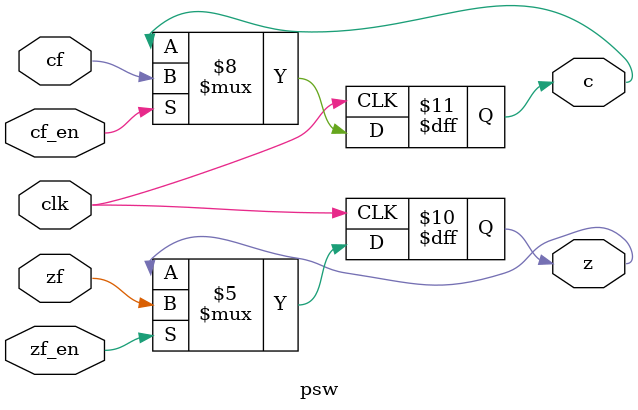
<source format=v>
module psw(input clk,cf_en,zf_en,cf,zf,
output reg c,z);
initial begin c=1'b0;z=1'b0;end
always @(negedge clk)begin
    if(cf_en)begin
        c<=cf;
    end
    else begin
        c<=c;
    end
end
always @(negedge clk) begin
    if(zf_en)begin
        z<=zf;
    end
    else begin
        z<=z;
    end
end
endmodule

</source>
